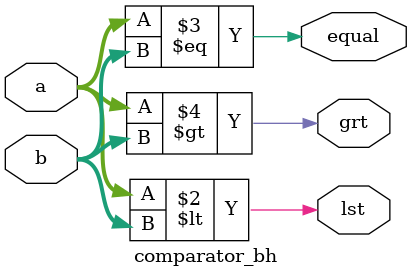
<source format=v>
`timescale 1ns / 1ps

module comparator_bh(
    input [3:0] a,
    input [3:0] b,
    output reg equal,
    output reg grt,
    output reg lst
);

  always @(a or b) begin
    lst <= (a < b);
    equal <= (a == b);
    grt <= (a > b);
  end
  
endmodule

</source>
